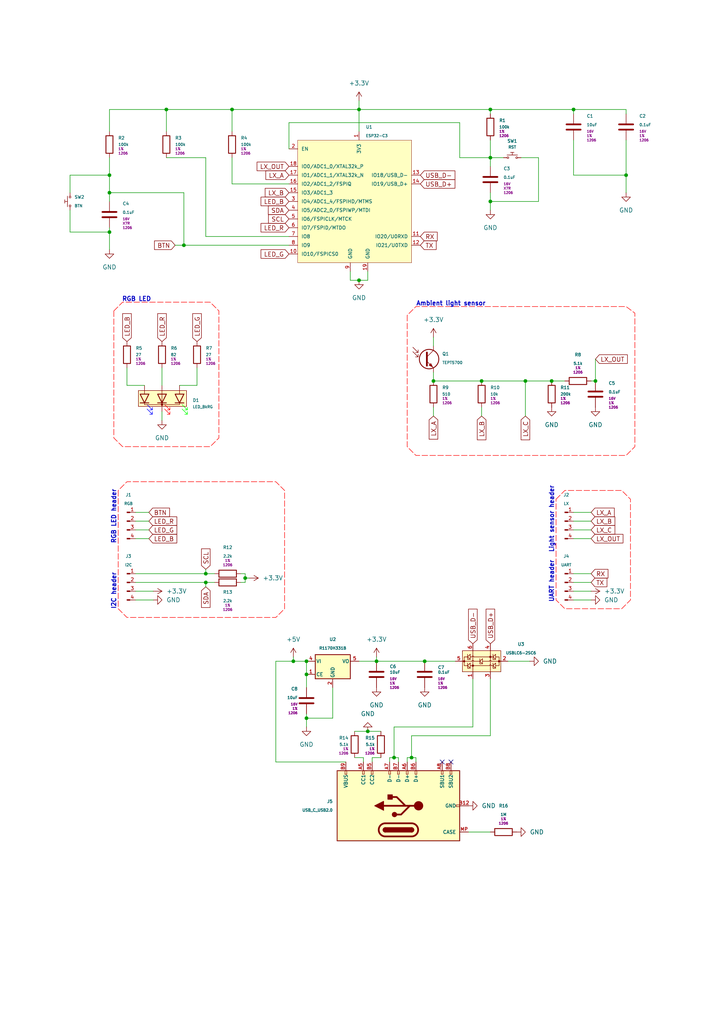
<source format=kicad_sch>
(kicad_sch (version 20250114) (generator "eeschema") (generator_version "9.0")
  (paper "A4" portrait)
  (lib_symbols
    (symbol "GEMS_Library:Capacitor" (pin_numbers (hide yes)) (pin_names (offset 0.254))
      (property "Reference" "C" (at 2.413 0 0))
      (property "Value" "Capacitor" (at 0.381 -1.524 0))
      (property "Voltage" "\"Voltage\"" (at 0 -1.27 0))
      (property "Tolerance" "\"Tolerance\"" (at 0 -2.286 0))
      (property "Case" "\"Case\"" (at 0.254 1.27 0))
      (symbol "Capacitor_1_1"
        (pin passive line (at 0 3.81 270) (length 2.794) (name "~") (number "1"))
        (pin passive line (at 0 -3.81 90) (length 2.794) (name "~") (number "2"))
      )
    )
    (symbol "GEMS_Library:Conn_01x04" (pin_names (offset 1.016) (hide yes))
      (property "Reference" "J" (at 0 3.556 0))
      (property "Value" "Conn_01x04" (at 0 -5.588 0))
      (symbol "Conn_01x04_1_1"
        (pin passive line (at 2.54 2.54 180) (length 2) (name "Pin_1") (number "1"))
        (pin passive line (at 2.54 0 180) (length 2) (name "Pin_2") (number "2"))
        (pin passive line (at 2.54 -2.54 180) (length 2) (name "Pin_3") (number "3"))
        (pin passive line (at 2.54 -5.08 180) (length 2) (name "Pin_4") (number "4"))
      )
    )
    (symbol "GEMS_Library:ESP32-C3" (pin_names (offset 1.016))
      (property "Reference" "U" (at 9.652 20.574 0))
      (property "Value" "ESP32-C3" (at 7.366 -15.748 0))
      (symbol "ESP32-C3_1_1"
        (pin input line (at -20.32 17.78 0) (length 2.54) (name "EN") (number "2"))
        (pin bidirectional line (at -20.32 12.7 0) (length 2.54) (name "IO0/ADC1_0/XTAL32k_P") (number "18"))
        (pin bidirectional line (at -20.32 10.16 0) (length 2.54) (name "IO1/ADC1_1/XTAL32k_N") (number "17"))
        (pin bidirectional line (at -20.32 7.62 0) (length 2.54) (name "IO2/ADC1_2/FSPIQ") (number "16"))
        (pin bidirectional line (at -20.32 5.08 0) (length 2.54) (name "IO3/ADC1_3") (number "15"))
        (pin bidirectional line (at -20.32 2.54 0) (length 2.54) (name "IO4/ADC1_4/FSPIHD/MTMS") (number "3"))
        (pin bidirectional line (at -20.32 0 0) (length 2.54) (name "IO5/ADC2_0/FSPIWP/MTDI") (number "4"))
        (pin bidirectional line (at -20.32 -2.54 0) (length 2.54) (name "IO6/FSPICLK/MTCK") (number "5"))
        (pin bidirectional line (at -20.32 -5.08 0) (length 2.54) (name "IO7/FSPID/MTDO") (number "6"))
        (pin bidirectional line (at -20.32 -7.62 0) (length 2.54) (name "IO8") (number "7"))
        (pin bidirectional line (at -20.32 -10.16 0) (length 2.54) (name "IO9") (number "8"))
        (pin bidirectional line (at -20.32 -12.7 0) (length 2.54) (name "IO10/FSPICS0") (number "10"))
        (pin power_in line (at -2.54 -17.78 90) (length 2.54) (name "GND") (number "9"))
        (pin power_in line (at 0 22.86 270) (length 2.54) (name "3V3") (number "1"))
        (pin power_in line (at 2.54 -17.78 90) (length 2.54) (name "GND") (number "19"))
        (pin bidirectional line (at 17.78 10.16 180) (length 2.54) (name "IO18/USB_D-") (number "13"))
        (pin bidirectional line (at 17.78 7.62 180) (length 2.54) (name "IO19/USB_D+") (number "14"))
        (pin bidirectional line (at 17.78 -7.62 180) (length 2.54) (name "IO20/U0RXD") (number "11"))
        (pin bidirectional line (at 17.78 -10.16 180) (length 2.54) (name "IO21/U0TXD") (number "12"))
      )
    )
    (symbol "GEMS_Library:LED_BkRG" (pin_numbers (hide yes)) (pin_names (offset 1.016) (hide yes))
      (property "Reference" "D" (at 0.254 7.112 0))
      (property "Value" "LED_BkRG" (at -1.016 -7.366 0))
      (symbol "LED_BkRG_1_1"
        (pin passive line (at -5.08 0 0) (length 2.54) (name "K") (number "K"))
        (pin passive line (at 2.54 5.08 180) (length 2.54) (name "Ablue") (number "Ab"))
        (pin passive line (at 2.54 0 180) (length 2.54) (name "Ared") (number "Ar"))
        (pin passive line (at 2.54 -5.08 180) (length 2.54) (name "Agreen") (number "Ag"))
      )
    )
    (symbol "GEMS_Library:R1170H331B" (pin_names (offset 0.254))
      (property "Reference" "U" (at 1.778 2.286 0))
      (property "Value" "R1170H331B" (at 1.778 -5.588 0))
      (symbol "R1170H331B_1_1"
        (pin power_in line (at -7.62 0 0) (length 2.54) (name "VI") (number "4"))
        (pin input line (at -7.62 -3.81 0) (length 2.54) (name "CE") (number "1"))
        (pin power_in line (at 0 -7.62 90) (length 2.54) (name "GND") (number "2"))
        (pin no_connect line (at 5.08 -2.54 180) (length 0) (hide yes) (name "NC") (number "3"))
        (pin power_out line (at 7.62 0 180) (length 2.54) (name "VO") (number "5"))
      )
    )
    (symbol "GEMS_Library:Resistor" (pin_numbers (hide yes)) (pin_names (offset 0) (hide yes))
      (property "Reference" "R" (at -0.254 -2.794 90))
      (property "Value" "Resistor" (at 0 0 90))
      (property "Tolerance" "\"Tolerance\"" (at 0.254 2.54 90))
      (property "Case" "\"Footprint\"" (at -0.254 2.54 90))
      (symbol "Resistor_1_1"
        (pin passive line (at 0 3.81 270) (length 1.27) (name "~") (number "1"))
        (pin passive line (at 0 -3.81 90) (length 1.27) (name "~") (number "2"))
      )
    )
    (symbol "GEMS_Library:SW_Push_NO" (pin_numbers (hide yes)) (pin_names (offset 1.016) (hide yes))
      (property "Reference" "SW" (at 1.27 2.54 0))
      (property "Value" "SW_Push_NO" (at 0 -0.254 0))
      (symbol "SW_Push_NO_1_1"
        (pin passive line (at -2.54 0 0) (length 1) (name "NO") (number "NO"))
        (pin passive line (at 2.54 0 180) (length 1) (name "COM") (number "COM"))
      )
    )
    (symbol "GEMS_Library:TEPT5700" (pin_numbers (hide yes)) (pin_names (offset 0) (hide yes))
      (property "Reference" "Q" (at 1.778 2.032 0))
      (property "Value" "TEPT5700" (at 4.318 -1.27 90))
      (symbol "TEPT5700_1_1"
        (pin passive line (at 2.54 2.54 270) (length 1.27) (name "C") (number "C"))
        (pin passive line (at 2.54 -5.08 90) (length 1.27) (name "E") (number "E"))
      )
    )
    (symbol "GEMS_Library:USBLC6-2SC6" (pin_names (hide yes))
      (property "Reference" "U" (at 1.778 5.842 0))
      (property "Value" "USBLC6-2SC6" (at 1.524 -5.842 0))
      (symbol "USBLC6-2SC6_1_1"
        (pin passive line (at -5.08 2.54 0) (length 2) (name "I/O1") (number "1"))
        (pin passive line (at -5.08 -2.54 0) (length 2) (name "I/O2") (number "3"))
        (pin passive line (at 0 7.62 270) (length 2) (name "VBUS") (number "5"))
        (pin passive line (at 0 -7.62 90) (length 2) (name "GND") (number "2"))
        (pin passive line (at 5.08 2.54 180) (length 2) (name "I/O1") (number "6"))
        (pin passive line (at 5.08 -2.54 180) (length 2) (name "I/O2") (number "4"))
      )
    )
    (symbol "GEMS_Library:USB_C_USB2.0" (pin_names (offset 1.016))
      (property "Reference" "J" (at 8.128 18.034 0))
      (property "Value" "USB_C_USB2.0" (at 3.302 -18.034 0))
      (symbol "USB_C_USB2.0_1_1"
        (pin passive line (at -7.62 -20.32 90) (length 2.54) (name "CASE") (number "MP"))
        (pin power_out line (at 0 -20.32 90) (length 2.54) (hide yes) (name "GND") (number "A1"))
        (pin power_out line (at 0 -20.32 90) (length 2.54) (hide yes) (name "GND") (number "A12"))
        (pin power_out line (at 0 -20.32 90) (length 2.54) (hide yes) (name "GND") (number "B1"))
        (pin power_out line (at 0 -20.32 90) (length 2.54) (name "GND") (number "B12"))
        (pin power_out line (at 12.7 15.24 180) (length 2.54) (hide yes) (name "VBUS") (number "A4"))
        (pin power_out line (at 12.7 15.24 180) (length 2.54) (hide yes) (name "VBUS") (number "A9"))
        (pin power_out line (at 12.7 15.24 180) (length 2.54) (hide yes) (name "VBUS") (number "B4"))
        (pin power_out line (at 12.7 15.24 180) (length 2.54) (name "VBUS") (number "B9"))
        (pin bidirectional line (at 12.7 10.16 180) (length 2.54) (name "CC1") (number "A5"))
        (pin bidirectional line (at 12.7 7.62 180) (length 2.54) (name "CC2") (number "B5"))
        (pin bidirectional line (at 12.7 2.54 180) (length 2.54) (name "D-") (number "A7"))
        (pin bidirectional line (at 12.7 0 180) (length 2.54) (name "D-") (number "B7"))
        (pin bidirectional line (at 12.7 -2.54 180) (length 2.54) (name "D+") (number "A6"))
        (pin bidirectional line (at 12.7 -5.08 180) (length 2.54) (name "D+") (number "B6"))
        (pin bidirectional line (at 12.7 -12.7 180) (length 2.54) (name "SBU1") (number "A8"))
        (pin bidirectional line (at 12.7 -15.24 180) (length 2.54) (name "SBU2") (number "B8"))
      )
    )
    (symbol "power:+3.3V" (power) (pin_numbers (hide yes)) (pin_names (offset 0) (hide yes))
      (property "Value" "+3.3V" (at 0 3.556 0))
      (symbol "+3.3V_1_1"
        (pin power_in line (at 0 0 90) (length 0) (name "~") (number "1"))
      )
    )
    (symbol "power:+3V3" (power) (pin_numbers (hide yes)) (pin_names (offset 0) (hide yes))
      (property "Value" "+3V3" (at 0 3.556 0))
      (symbol "+3V3_1_1"
        (pin power_in line (at 0 0 90) (length 0) (name "~") (number "1"))
      )
    )
    (symbol "power:+5V" (power) (pin_numbers (hide yes)) (pin_names (offset 0) (hide yes))
      (property "Value" "+5V" (at 0 3.556 0))
      (symbol "+5V_1_1"
        (pin power_in line (at 0 0 90) (length 0) (name "~") (number "1"))
      )
    )
    (symbol "power:GND" (power) (pin_numbers (hide yes)) (pin_names (offset 0) (hide yes))
      (property "Value" "GND" (at 0 -3.81 0))
      (symbol "GND_1_1"
        (pin power_in line (at 0 0 270) (length 0) (name "~") (number "1"))
      )
    )
  )
  (text "RGB LED header" (at 33.02 149.86 90) (effects (font (size 1.27 1.27) (thickness 0.254) (bold yes))))
  (text "Ambient light sensor" (at 130.81 88.138 0) (effects (font (size 1.27 1.27) (thickness 0.254) (bold yes))))
  (text "RGB LED" (at 39.624 86.868 0) (effects (font (size 1.27 1.27) (thickness 0.254) (bold yes))))
  (text "Light sensor header" (at 160.02 150.622 90) (effects (font (size 1.27 1.27) (thickness 0.254) (bold yes))))
  (text "UART header" (at 160.02 168.656 90) (effects (font (size 1.27 1.27) (thickness 0.254) (bold yes))))
  (text "I2C header" (at 33.02 171.45 90) (effects (font (size 1.27 1.27) (thickness 0.254) (bold yes))))
  (junction (at 104.14 31.75))
  (junction (at 104.14 81.28))
  (junction (at 31.75 55.88))
  (junction (at 85.09 191.77))
  (junction (at 59.69 168.91))
  (junction (at 31.75 67.31))
  (junction (at 109.22 191.77))
  (junction (at 53.34 71.12))
  (junction (at 181.61 50.8))
  (junction (at 71.12 167.64))
  (junction (at 166.37 31.75))
  (junction (at 172.72 110.49))
  (junction (at 160.02 110.49))
  (junction (at 88.9 191.77))
  (junction (at 119.38 219.71))
  (junction (at 31.75 50.8))
  (junction (at 142.24 31.75))
  (junction (at 88.9 208.28))
  (junction (at 142.24 58.42))
  (junction (at 125.73 110.49))
  (junction (at 67.31 31.75))
  (junction (at 123.19 191.77))
  (junction (at 88.9 195.58))
  (junction (at 59.69 166.37))
  (junction (at 139.7 110.49))
  (junction (at 106.68 212.09))
  (junction (at 142.24 45.72))
  (junction (at 48.26 31.75))
  (junction (at 152.4 110.49))
  (junction (at 114.3 219.71))
  (no_connect (at 130.81 220.98))
  (no_connect (at 128.27 220.98))
  (wire (pts (xy 119.38 219.71) (xy 119.38 213.36)))
  (wire (pts (xy 104.14 31.75) (xy 67.31 31.75)))
  (wire (pts (xy 31.75 55.88) (xy 31.75 58.42)))
  (wire (pts (xy 133.35 45.72) (xy 133.35 35.56)))
  (wire (pts (xy 107.95 220.98) (xy 107.95 219.71)))
  (wire (pts (xy 160.02 110.49) (xy 163.83 110.49)))
  (wire (pts (xy 181.61 50.8) (xy 181.61 40.64)))
  (wire (pts (xy 59.69 45.72) (xy 59.69 68.58)))
  (wire (pts (xy 102.87 212.09) (xy 106.68 212.09)))
  (wire (pts (xy 113.03 219.71) (xy 114.3 219.71)))
  (wire (pts (xy 31.75 66.04) (xy 31.75 67.31)))
  (wire (pts (xy 39.37 153.67) (xy 43.18 153.67)))
  (wire (pts (xy 104.14 31.75) (xy 142.24 31.75)))
  (wire (pts (xy 119.38 219.71) (xy 120.65 219.71)))
  (wire (pts (xy 20.32 55.88) (xy 20.32 50.8)))
  (wire (pts (xy 20.32 50.8) (xy 31.75 50.8)))
  (wire (pts (xy 48.26 31.75) (xy 48.26 38.1)))
  (wire (pts (xy 102.87 219.71) (xy 105.41 219.71)))
  (wire (pts (xy 104.14 38.1) (xy 104.14 31.75)))
  (wire (pts (xy 107.95 219.71) (xy 110.49 219.71)))
  (wire (pts (xy 172.72 104.14) (xy 172.72 110.49)))
  (wire (pts (xy 142.24 45.72) (xy 142.24 48.26)))
  (wire (pts (xy 53.34 55.88) (xy 31.75 55.88)))
  (wire (pts (xy 59.69 68.58) (xy 83.82 68.58)))
  (wire (pts (xy 151.13 45.72) (xy 156.21 45.72)))
  (wire (pts (xy 156.21 58.42) (xy 142.24 58.42)))
  (wire (pts (xy 106.68 212.09) (xy 110.49 212.09)))
  (wire (pts (xy 88.9 210.82) (xy 88.9 208.28)))
  (wire (pts (xy 80.01 220.98) (xy 100.33 220.98)))
  (wire (pts (xy 36.83 106.68) (xy 36.83 111.76)))
  (wire (pts (xy 142.24 196.85) (xy 142.24 213.36)))
  (wire (pts (xy 39.37 148.59) (xy 43.18 148.59)))
  (wire (pts (xy 88.9 195.58) (xy 88.9 199.39)))
  (wire (pts (xy 83.82 35.56) (xy 83.82 43.18)))
  (wire (pts (xy 57.15 111.76) (xy 52.07 111.76)))
  (wire (pts (xy 71.12 166.37) (xy 71.12 167.64)))
  (wire (pts (xy 48.26 31.75) (xy 31.75 31.75)))
  (wire (pts (xy 59.69 168.91) (xy 59.69 170.18)))
  (wire (pts (xy 80.01 191.77) (xy 80.01 220.98)))
  (wire (pts (xy 118.11 220.98) (xy 118.11 219.71)))
  (wire (pts (xy 152.4 110.49) (xy 160.02 110.49)))
  (wire (pts (xy 50.8 71.12) (xy 53.34 71.12)))
  (wire (pts (xy 39.37 173.99) (xy 44.45 173.99)))
  (wire (pts (xy 181.61 50.8) (xy 181.61 55.88)))
  (wire (pts (xy 115.57 219.71) (xy 115.57 220.98)))
  (wire (pts (xy 142.24 241.3) (xy 135.89 241.3)))
  (wire (pts (xy 46.99 119.38) (xy 46.99 121.92)))
  (wire (pts (xy 142.24 58.42) (xy 142.24 60.96)))
  (wire (pts (xy 20.32 60.96) (xy 20.32 67.31)))
  (wire (pts (xy 67.31 31.75) (xy 67.31 38.1)))
  (wire (pts (xy 59.69 166.37) (xy 62.23 166.37)))
  (wire (pts (xy 137.16 210.82) (xy 114.3 210.82)))
  (wire (pts (xy 88.9 191.77) (xy 88.9 195.58)))
  (wire (pts (xy 59.69 168.91) (xy 62.23 168.91)))
  (wire (pts (xy 181.61 31.75) (xy 181.61 33.02)))
  (wire (pts (xy 39.37 168.91) (xy 59.69 168.91)))
  (wire (pts (xy 109.22 191.77) (xy 123.19 191.77)))
  (wire (pts (xy 156.21 45.72) (xy 156.21 58.42)))
  (wire (pts (xy 166.37 31.75) (xy 166.37 33.02)))
  (wire (pts (xy 166.37 148.59) (xy 171.45 148.59)))
  (wire (pts (xy 96.52 199.39) (xy 96.52 208.28)))
  (wire (pts (xy 142.24 40.64) (xy 142.24 45.72)))
  (wire (pts (xy 59.69 166.37) (xy 39.37 166.37)))
  (wire (pts (xy 57.15 106.68) (xy 57.15 111.76)))
  (wire (pts (xy 39.37 156.21) (xy 43.18 156.21)))
  (wire (pts (xy 119.38 213.36) (xy 142.24 213.36)))
  (wire (pts (xy 142.24 45.72) (xy 133.35 45.72)))
  (wire (pts (xy 166.37 171.45) (xy 171.45 171.45)))
  (wire (pts (xy 69.85 168.91) (xy 71.12 168.91)))
  (wire (pts (xy 152.4 110.49) (xy 152.4 120.65)))
  (wire (pts (xy 88.9 208.28) (xy 88.9 207.01)))
  (wire (pts (xy 72.39 167.64) (xy 71.12 167.64)))
  (wire (pts (xy 166.37 50.8) (xy 181.61 50.8)))
  (wire (pts (xy 142.24 31.75) (xy 142.24 33.02)))
  (wire (pts (xy 125.73 97.79) (xy 125.73 100.33)))
  (wire (pts (xy 104.14 81.28) (xy 106.68 81.28)))
  (wire (pts (xy 166.37 168.91) (xy 171.45 168.91)))
  (wire (pts (xy 67.31 45.72) (xy 67.31 53.34)))
  (wire (pts (xy 113.03 220.98) (xy 113.03 219.71)))
  (wire (pts (xy 166.37 173.99) (xy 171.45 173.99)))
  (wire (pts (xy 105.41 219.71) (xy 105.41 220.98)))
  (wire (pts (xy 31.75 45.72) (xy 31.75 50.8)))
  (wire (pts (xy 69.85 166.37) (xy 71.12 166.37)))
  (wire (pts (xy 39.37 171.45) (xy 44.45 171.45)))
  (wire (pts (xy 109.22 190.5) (xy 109.22 191.77)))
  (wire (pts (xy 139.7 110.49) (xy 152.4 110.49)))
  (wire (pts (xy 125.73 120.65) (xy 125.73 118.11)))
  (wire (pts (xy 166.37 31.75) (xy 181.61 31.75)))
  (wire (pts (xy 39.37 151.13) (xy 43.18 151.13)))
  (wire (pts (xy 83.82 71.12) (xy 53.34 71.12)))
  (wire (pts (xy 88.9 208.28) (xy 96.52 208.28)))
  (wire (pts (xy 71.12 167.64) (xy 71.12 168.91)))
  (wire (pts (xy 31.75 50.8) (xy 31.75 55.88)))
  (wire (pts (xy 53.34 71.12) (xy 53.34 55.88)))
  (wire (pts (xy 59.69 165.1) (xy 59.69 166.37)))
  (wire (pts (xy 166.37 153.67) (xy 171.45 153.67)))
  (wire (pts (xy 120.65 219.71) (xy 120.65 220.98)))
  (wire (pts (xy 142.24 31.75) (xy 166.37 31.75)))
  (wire (pts (xy 123.19 191.77) (xy 132.08 191.77)))
  (wire (pts (xy 88.9 191.77) (xy 85.09 191.77)))
  (wire (pts (xy 118.11 219.71) (xy 119.38 219.71)))
  (wire (pts (xy 172.72 110.49) (xy 171.45 110.49)))
  (wire (pts (xy 36.83 111.76) (xy 41.91 111.76)))
  (wire (pts (xy 166.37 166.37) (xy 171.45 166.37)))
  (wire (pts (xy 46.99 106.68) (xy 46.99 111.76)))
  (wire (pts (xy 147.32 191.77) (xy 153.67 191.77)))
  (wire (pts (xy 166.37 40.64) (xy 166.37 50.8)))
  (wire (pts (xy 139.7 120.65) (xy 139.7 118.11)))
  (wire (pts (xy 104.14 29.21) (xy 104.14 31.75)))
  (wire (pts (xy 67.31 53.34) (xy 83.82 53.34)))
  (wire (pts (xy 142.24 55.88) (xy 142.24 58.42)))
  (wire (pts (xy 31.75 31.75) (xy 31.75 38.1)))
  (wire (pts (xy 67.31 31.75) (xy 48.26 31.75)))
  (wire (pts (xy 48.26 45.72) (xy 59.69 45.72)))
  (wire (pts (xy 133.35 35.56) (xy 83.82 35.56)))
  (wire (pts (xy 85.09 191.77) (xy 80.01 191.77)))
  (wire (pts (xy 31.75 67.31) (xy 31.75 72.39)))
  (wire (pts (xy 101.6 81.28) (xy 104.14 81.28)))
  (wire (pts (xy 85.09 190.5) (xy 85.09 191.77)))
  (wire (pts (xy 137.16 196.85) (xy 137.16 210.82)))
  (wire (pts (xy 125.73 107.95) (xy 125.73 110.49)))
  (wire (pts (xy 166.37 156.21) (xy 171.45 156.21)))
  (wire (pts (xy 114.3 219.71) (xy 115.57 219.71)))
  (wire (pts (xy 114.3 210.82) (xy 114.3 219.71)))
  (wire (pts (xy 20.32 67.31) (xy 31.75 67.31)))
  (wire (pts (xy 142.24 45.72) (xy 146.05 45.72)))
  (wire (pts (xy 166.37 151.13) (xy 171.45 151.13)))
  (wire (pts (xy 106.68 81.28) (xy 106.68 78.74)))
  (wire (pts (xy 104.14 191.77) (xy 109.22 191.77)))
  (wire (pts (xy 101.6 78.74) (xy 101.6 81.28)))
  (wire (pts (xy 125.73 110.49) (xy 139.7 110.49)))
  (global_label "LX_B" (shape input) (at 171.45 151.13 0) (property "Intersheetrefs" "${INTERSHEET_REFS}" (effects (hide yes))))
  (global_label "BTN" (shape input) (at 43.18 148.59 0) (property "Intersheetrefs" "${INTERSHEET_REFS}" (effects (hide yes))))
  (global_label "SCL" (shape input) (at 83.82 63.5 180) (property "Intersheetrefs" "${INTERSHEET_REFS}" (effects (hide yes))))
  (global_label "LX_A" (shape input) (at 125.73 120.65 270) (property "Intersheetrefs" "${INTERSHEET_REFS}" (effects (hide yes))))
  (global_label "SDA" (shape input) (at 83.82 60.96 180) (property "Intersheetrefs" "${INTERSHEET_REFS}" (effects (hide yes))))
  (global_label "LX_OUT" (shape input) (at 172.72 104.14 0) (property "Intersheetrefs" "${INTERSHEET_REFS}" (effects (hide yes))))
  (global_label "RX" (shape input) (at 171.45 166.37 0) (property "Intersheetrefs" "${INTERSHEET_REFS}" (effects (hide yes))))
  (global_label "LX_C" (shape input) (at 152.4 120.65 270) (property "Intersheetrefs" "${INTERSHEET_REFS}" (effects (hide yes))))
  (global_label "USB_D-" (shape input) (at 121.92 50.8 0) (property "Intersheetrefs" "${INTERSHEET_REFS}" (effects (hide yes))))
  (global_label "LX_OUT" (shape input) (at 171.45 156.21 0) (property "Intersheetrefs" "${INTERSHEET_REFS}" (effects (hide yes))))
  (global_label "RX" (shape input) (at 121.92 68.58 0) (property "Intersheetrefs" "${INTERSHEET_REFS}" (effects (hide yes))))
  (global_label "TX" (shape input) (at 171.45 168.91 0) (property "Intersheetrefs" "${INTERSHEET_REFS}" (effects (hide yes))))
  (global_label "LED_G" (shape input) (at 43.18 153.67 0) (property "Intersheetrefs" "${INTERSHEET_REFS}" (effects (hide yes))))
  (global_label "LX_B" (shape input) (at 83.82 55.88 180) (property "Intersheetrefs" "${INTERSHEET_REFS}" (effects (hide yes))))
  (global_label "SCL" (shape input) (at 59.69 165.1 90) (property "Intersheetrefs" "${INTERSHEET_REFS}" (effects (hide yes))))
  (global_label "LX_B" (shape input) (at 139.7 120.65 270) (property "Intersheetrefs" "${INTERSHEET_REFS}" (effects (hide yes))))
  (global_label "USB_D-" (shape input) (at 137.16 186.69 90) (property "Intersheetrefs" "${INTERSHEET_REFS}" (effects (hide yes))))
  (global_label "LED_G" (shape input) (at 57.15 99.06 90) (property "Intersheetrefs" "${INTERSHEET_REFS}" (effects (hide yes))))
  (global_label "USB_D+" (shape input) (at 121.92 53.34 0) (property "Intersheetrefs" "${INTERSHEET_REFS}" (effects (hide yes))))
  (global_label "LED_B" (shape input) (at 83.82 58.42 180) (property "Intersheetrefs" "${INTERSHEET_REFS}" (effects (hide yes))))
  (global_label "LED_R" (shape input) (at 43.18 151.13 0) (property "Intersheetrefs" "${INTERSHEET_REFS}" (effects (hide yes))))
  (global_label "LX_A" (shape input) (at 83.82 50.8 180) (property "Intersheetrefs" "${INTERSHEET_REFS}" (effects (hide yes))))
  (global_label "LX_A" (shape input) (at 171.45 148.59 0) (property "Intersheetrefs" "${INTERSHEET_REFS}" (effects (hide yes))))
  (global_label "LED_R" (shape input) (at 83.82 66.04 180) (property "Intersheetrefs" "${INTERSHEET_REFS}" (effects (hide yes))))
  (global_label "USB_D+" (shape input) (at 142.24 186.69 90) (property "Intersheetrefs" "${INTERSHEET_REFS}" (effects (hide yes))))
  (global_label "LED_B" (shape input) (at 43.18 156.21 0) (property "Intersheetrefs" "${INTERSHEET_REFS}" (effects (hide yes))))
  (global_label "LX_C" (shape input) (at 171.45 153.67 0) (property "Intersheetrefs" "${INTERSHEET_REFS}" (effects (hide yes))))
  (global_label "SDA" (shape input) (at 59.69 170.18 270) (property "Intersheetrefs" "${INTERSHEET_REFS}" (effects (hide yes))))
  (global_label "LED_R" (shape input) (at 46.99 99.06 90) (property "Intersheetrefs" "${INTERSHEET_REFS}" (effects (hide yes))))
  (global_label "LX_OUT" (shape input) (at 83.82 48.26 180) (property "Intersheetrefs" "${INTERSHEET_REFS}" (effects (hide yes))))
  (global_label "LED_G" (shape input) (at 83.82 73.66 180) (property "Intersheetrefs" "${INTERSHEET_REFS}" (effects (hide yes))))
  (global_label "LED_B" (shape input) (at 36.83 99.06 90) (property "Intersheetrefs" "${INTERSHEET_REFS}" (effects (hide yes))))
  (global_label "TX" (shape input) (at 121.92 71.12 0) (property "Intersheetrefs" "${INTERSHEET_REFS}" (effects (hide yes))))
  (global_label "BTN" (shape input) (at 50.8 71.12 180) (property "Intersheetrefs" "${INTERSHEET_REFS}" (effects (hide yes))))
  (rule_area (polyline (pts (xy 118.11 91.44) (xy 118.11 129.54) (xy 120.65 132.08) (xy 181.61 132.08) (xy 184.15 129.54) (xy 184.15 90.805) (xy 181.61 88.9) (xy 120.65 88.9)) (stroke (width 0) (type dash))))
  (rule_area (polyline (pts (xy 34.29 142.24) (xy 34.29 176.53) (xy 36.83 179.07) (xy 80.01 179.07) (xy 82.55 176.53) (xy 82.55 142.24) (xy 80.01 139.7) (xy 36.83 139.7)) (stroke (width 0) (type dash))))
  (rule_area (polyline (pts (xy 33.02 90.17) (xy 33.02 127) (xy 35.56 129.54) (xy 60.96 129.54) (xy 63.5 127) (xy 63.5 90.17) (xy 60.96 87.63) (xy 35.56 87.63)) (stroke (width 0) (type dash))))
  (rule_area (polyline (pts (xy 161.29 144.78) (xy 163.83 142.24) (xy 180.34 142.24) (xy 182.88 144.78) (xy 182.88 173.99) (xy 180.34 176.53) (xy 163.83 176.53) (xy 161.29 173.99)) (stroke (width 0) (type dash))))
  (symbol (lib_id "power:GND") (at 44.45 173.99 90) (unit 1)
    (property "Reference" "#PWR013" (effects (hide yes)))
    (property "Value" "GND" (at 48.26 173.9899 90) (effects (justify right)))
    (property "Description" "Power symbol creates a global label with name \"GND\" , ground" (effects (hide yes)))
  )
  (symbol (lib_id "GEMS_Library:Resistor") (at 67.31 41.91 0) (unit 1)
    (property "Reference" "R4" (at 69.85 40.005 0) (effects (font (size 0.889 0.889)) (justify left)))
    (property "Value" "100k" (at 69.85 41.91 0) (effects (font (size 0.7874 0.7874)) (justify left)))
    (property "Footprint" "GEMS_library:R_1206_(3216)" (effects (hide yes)))
    (property "Description" "Resistor" (effects (hide yes)))
    (property "Tolerance" "1%" (at 69.85 43.1799 0) (effects (font (size 0.7112 0.7112)) (justify left)))
    (property "Case" "1206" (at 69.85 44.4499 0) (effects (font (size 0.7112 0.7112)) (justify left)))
  )
  (symbol (lib_id "GEMS_Library:Conn_01x04") (at 36.83 168.91 0) (unit 1)
    (property "Reference" "J3" (at 37.2618 161.29 0) (effects (font (size 0.9 0.9))))
    (property "Value" "I2C" (at 37.2618 163.83 0) (effects (font (size 0.8 0.8))))
    (property "Footprint" "GEMS_library:PinHeader_1x04_P2.54mm_Vertical" (effects (hide yes)))
    (property "Description" "Generic connector, single row, 01x04" (effects (hide yes)))
  )
  (symbol (lib_id "GEMS_Library:Resistor") (at 146.05 241.3 90) (unit 1)
    (property "Reference" "R16" (at 146.05 233.68 90) (effects (font (size 0.889 0.889))))
    (property "Value" "1M" (at 146.05 236.22 90) (effects (font (size 0.7874 0.7874))))
    (property "Footprint" "GEMS_library:R_1206_(3216)" (effects (hide yes)))
    (property "Description" "Resistor" (effects (hide yes)))
    (property "Tolerance" "1%" (at 146.05 237.49 90) (effects (font (size 0.7112 0.7112))))
    (property "Case" "1206" (at 146.05 238.76 90) (effects (font (size 0.7112 0.7112))))
  )
  (symbol (lib_id "GEMS_Library:Resistor") (at 31.75 41.91 0) (unit 1)
    (property "Reference" "R2" (at 34.29 40.005 0) (effects (font (size 0.889 0.889)) (justify left)))
    (property "Value" "100k" (at 34.29 41.91 0) (effects (font (size 0.7874 0.7874)) (justify left)))
    (property "Footprint" "GEMS_library:R_1206_(3216)" (effects (hide yes)))
    (property "Description" "Resistor" (effects (hide yes)))
    (property "Tolerance" "1%" (at 34.29 43.1799 0) (effects (font (size 0.7112 0.7112)) (justify left)))
    (property "Case" "1206" (at 34.29 44.4499 0) (effects (font (size 0.7112 0.7112)) (justify left)))
  )
  (symbol (lib_id "GEMS_Library:Resistor") (at 102.87 215.9 0) (unit 1)
    (property "Reference" "R14" (at 101.092 213.995 0) (effects (font (size 0.889 0.889)) (justify right)))
    (property "Value" "5.1k" (at 101.092 215.9 0) (effects (font (size 0.7874 0.7874)) (justify right)))
    (property "Footprint" "GEMS_library:R_1206_(3216)" (effects (hide yes)))
    (property "Description" "Resistor" (effects (hide yes)))
    (property "Tolerance" "1%" (at 101.092 217.1699 0) (effects (font (size 0.7112 0.7112)) (justify right)))
    (property "Case" "1206" (at 101.092 218.4399 0) (effects (font (size 0.7112 0.7112)) (justify right)))
  )
  (symbol (lib_id "GEMS_Library:Capacitor") (at 172.72 114.3 0) (unit 1)
    (property "Reference" "C5" (at 176.53 111.125 0) (effects (font (size 0.9 0.9)) (justify left)))
    (property "Value" "0.1uF" (at 176.53 113.665 0) (effects (font (size 0.8 0.8)) (justify left)))
    (property "Footprint" "GEMS_library:C_1206_(3216)" (effects (hide yes)))
    (property "Description" "Unpolarized capacitor" (effects (hide yes)))
    (property "Voltage" "16V" (at 176.53 115.57 0) (effects (font (size 0.7 0.7)) (justify left)))
    (property "Tolerance" "1%" (at 176.53 116.84 0) (effects (font (size 0.7 0.7)) (justify left)))
    (property "Case" "1206" (at 176.53 118.11 0) (effects (font (size 0.7 0.7)) (justify left)))
  )
  (symbol (lib_id "power:GND") (at 171.45 173.99 90) (unit 1)
    (property "Reference" "#PWR014" (effects (hide yes)))
    (property "Value" "GND" (at 175.26 173.9899 90) (effects (justify right)))
    (property "Description" "Power symbol creates a global label with name \"GND\" , ground" (effects (hide yes)))
  )
  (symbol (lib_id "GEMS_Library:USB_C_USB2.0") (at 115.57 233.68 90) (unit 1)
    (property "Reference" "J5" (at 96.52 232.41 90) (effects (font (size 0.9 0.9)) (justify left)))
    (property "Value" "USB_C_USB2.0" (at 96.52 234.95 90) (effects (font (size 0.8 0.8)) (justify left)))
    (property "Footprint" "GEMS_library:USB-C_MOLEX-216990-0001" (effects (hide yes)))
    (property "Datasheet" "https://www.molex.com/en-us/products/part-detail/2169900001?display=pdf" (effects (hide yes)))
    (property "Description" "USB 2.0-only Type-C Receptacle connector" (effects (hide yes)))
    (property "USB-C_spec" "https://www.usb.org/sites/default/files/USB%20Type-C%20Spec%20R2.0%20-%20August%202019.pdf" (effects (hide yes)))
    (property "Suplier1" "Mouser" (effects (hide yes)))
    (property "Suplier1 no." "538-216990-0001" (effects (hide yes)))
    (property "Suplier2" "DigiKey" (effects (hide yes)))
    (property "Suplier2 no." "900-2169900001TR-ND" (effects (hide yes)))
  )
  (symbol (lib_id "GEMS_Library:Resistor") (at 142.24 36.83 0) (unit 1)
    (property "Reference" "R1" (at 144.78 34.925 0) (effects (font (size 0.889 0.889)) (justify left)))
    (property "Value" "100k" (at 144.78 36.83 0) (effects (font (size 0.7874 0.7874)) (justify left)))
    (property "Footprint" "GEMS_library:R_1206_(3216)" (effects (hide yes)))
    (property "Description" "Resistor" (effects (hide yes)))
    (property "Tolerance" "1%" (at 144.78 38.0999 0) (effects (font (size 0.7112 0.7112)) (justify left)))
    (property "Case" "1206" (at 144.78 39.3699 0) (effects (font (size 0.7112 0.7112)) (justify left)))
  )
  (symbol (lib_id "GEMS_Library:Capacitor") (at 181.61 36.83 0) (unit 1)
    (property "Reference" "C2" (at 185.42 33.655 0) (effects (font (size 0.9 0.9)) (justify left)))
    (property "Value" "0.1uF" (at 185.42 36.195 0) (effects (font (size 0.8 0.8)) (justify left)))
    (property "Footprint" "GEMS_library:C_1206_(3216)" (effects (hide yes)))
    (property "Description" "Unpolarized capacitor" (effects (hide yes)))
    (property "Voltage" "16V" (at 185.42 38.1 0) (effects (font (size 0.7 0.7)) (justify left)))
    (property "Tolerance" "1%" (at 185.42 39.37 0) (effects (font (size 0.7 0.7)) (justify left)))
    (property "Case" "1206" (at 185.42 40.64 0) (effects (font (size 0.7 0.7)) (justify left)))
  )
  (symbol (lib_id "power:GND") (at 142.24 60.96 0) (unit 1)
    (property "Reference" "#PWR03" (effects (hide yes)))
    (property "Value" "GND" (at 142.24 66.04 0))
    (property "Description" "Power symbol creates a global label with name \"GND\" , ground" (effects (hide yes)))
  )
  (symbol (lib_id "GEMS_Library:Capacitor") (at 123.19 195.58 0) (unit 1)
    (property "Reference" "C7" (at 127 193.548 0) (effects (font (size 0.9 0.9)) (justify left)))
    (property "Value" "0.1uF" (at 127 194.945 0) (effects (font (size 0.8 0.8)) (justify left)))
    (property "Footprint" "GEMS_library:C_1206_(3216)" (effects (hide yes)))
    (property "Description" "Unpolarized capacitor" (effects (hide yes)))
    (property "Voltage" "16V" (at 127 196.85 0) (effects (font (size 0.7 0.7)) (justify left)))
    (property "Tolerance" "1%" (at 127 198.12 0) (effects (font (size 0.7 0.7)) (justify left)))
    (property "Case" "1206" (at 127 199.39 0) (effects (font (size 0.7 0.7)) (justify left)))
  )
  (symbol (lib_id "power:GND") (at 31.75 72.39 0) (unit 1)
    (property "Reference" "#PWR04" (effects (hide yes)))
    (property "Value" "GND" (at 31.75 77.47 0))
    (property "Description" "Power symbol creates a global label with name \"GND\" , ground" (effects (hide yes)))
  )
  (symbol (lib_id "power:GND") (at 46.99 121.92 0) (unit 1)
    (property "Reference" "#PWR09" (effects (hide yes)))
    (property "Value" "GND" (at 46.99 127 0))
    (property "Description" "Power symbol creates a global label with name \"GND\" , ground" (effects (hide yes)))
  )
  (symbol (lib_id "power:GND") (at 153.67 191.77 90) (unit 1)
    (property "Reference" "#PWR017" (effects (hide yes)))
    (property "Value" "GND" (at 157.48 191.7699 90) (effects (justify right)))
    (property "Description" "Power symbol creates a global label with name \"GND\" , ground" (effects (hide yes)))
  )
  (symbol (lib_id "GEMS_Library:Resistor") (at 46.99 102.87 0) (unit 1)
    (property "Reference" "R6" (at 49.53 100.965 0) (effects (font (size 0.889 0.889)) (justify left)))
    (property "Value" "82" (at 49.53 102.87 0) (effects (font (size 0.7874 0.7874)) (justify left)))
    (property "Footprint" "GEMS_library:R_1206_(3216)" (effects (hide yes)))
    (property "Description" "Resistor" (effects (hide yes)))
    (property "Tolerance" "1%" (at 49.53 104.1399 0) (effects (font (size 0.7112 0.7112)) (justify left)))
    (property "Case" "1206" (at 49.53 105.4099 0) (effects (font (size 0.7112 0.7112)) (justify left)))
  )
  (symbol (lib_id "GEMS_Library:LED_BkRG") (at 46.99 114.3 90) (unit 1)
    (property "Reference" "D1" (at 55.88 116.078 90) (effects (font (size 0.889 0.889)) (justify right)))
    (property "Value" "LED_BkRG" (at 55.88 117.983 90) (effects (font (size 0.7874 0.7874)) (justify right)))
    (property "Footprint" "GEMS_library:LED_D5.0mm-4_RGB" (effects (hide yes)))
    (property "Datasheet" "https://www.inolux-corp.com/datasheet/Inolux%20Lamp/TH%20Lamp/HV-5RGBXX%205mm%20Full-Color%20Series.pdf" (effects (hide yes)))
    (property "Description" "RGB Light emitting diode, comon Cathode" (effects (hide yes)))
    (property "Suplier1" "Mouser" (effects (hide yes)))
    (property "Suplier1 no." "743-HV-5RGB60" (effects (hide yes)))
    (property "Suplier2" "DigiKey" (effects (hide yes)))
    (property "Suplier2 no." "1830-1014-ND" (effects (hide yes)))
  )
  (symbol (lib_id "power:+3.3V") (at 104.14 29.21 0) (unit 1)
    (property "Reference" "#PWR01" (effects (hide yes)))
    (property "Value" "+3.3V" (at 104.14 24.13 0))
    (property "Description" "Power symbol creates a global label with name \"+3.3V\"" (effects (hide yes)))
  )
  (symbol (lib_id "GEMS_Library:Capacitor") (at 166.37 36.83 0) (unit 1)
    (property "Reference" "C1" (at 170.18 33.655 0) (effects (font (size 0.9 0.9)) (justify left)))
    (property "Value" "10uF" (at 170.18 36.195 0) (effects (font (size 0.8 0.8)) (justify left)))
    (property "Footprint" "GEMS_library:C_1206_(3216)" (effects (hide yes)))
    (property "Description" "Unpolarized capacitor" (effects (hide yes)))
    (property "Voltage" "16V" (at 170.18 38.1 0) (effects (font (size 0.7 0.7)) (justify left)))
    (property "Tolerance" "1%" (at 170.18 39.37 0) (effects (font (size 0.7 0.7)) (justify left)))
    (property "Case" "1206" (at 170.18 40.64 0) (effects (font (size 0.7 0.7)) (justify left)))
  )
  (symbol (lib_id "GEMS_Library:Capacitor") (at 109.22 195.58 0) (unit 1)
    (property "Reference" "C6" (at 113.03 193.294 0) (effects (font (size 0.9 0.9)) (justify left)))
    (property "Value" "10uF" (at 113.03 194.945 0) (effects (font (size 0.8 0.8)) (justify left)))
    (property "Footprint" "GEMS_library:C_1206_(3216)" (effects (hide yes)))
    (property "Description" "Unpolarized capacitor" (effects (hide yes)))
    (property "Voltage" "16V" (at 113.03 196.85 0) (effects (font (size 0.7 0.7)) (justify left)))
    (property "Tolerance" "1%" (at 113.03 198.12 0) (effects (font (size 0.7 0.7)) (justify left)))
    (property "Case" "1206" (at 113.03 199.39 0) (effects (font (size 0.7 0.7)) (justify left)))
  )
  (symbol (lib_id "GEMS_Library:ESP32-C3") (at 104.14 60.96 0) (unit 1)
    (property "Reference" "U1" (at 106.0976 36.83 0) (effects (font (size 0.889 0.889)) (justify left)))
    (property "Value" "ESP32-C3" (at 106.0976 39.37 0) (effects (font (size 0.7874 0.7874)) (justify left)))
    (property "Footprint" "GEMS_library:ESP32-C3-WROOM-02" (effects (hide yes)))
    (property "Datasheet" "https://docs.espressif.com/projects/esp-idf/en/v5.0/esp32c3/get-started/index.html" (effects (hide yes)))
    (property "Description" "ESP32 SMT RF module" (effects (hide yes)))
    (property "Suplier1" "Mouser" (effects (hide yes)))
    (property "Suplier1 no." "356-ESP32C3WROOM02N4" (effects (hide yes)))
    (property "Suplier2" "DigiKey" (effects (hide yes)))
    (property "Suplier2 no." "1965-ESP32-C3-WROOM-02-N4TR-ND" (effects (hide yes)))
  )
  (symbol (lib_id "power:GND") (at 172.72 118.11 0) (unit 1)
    (property "Reference" "#PWR08" (effects (hide yes)))
    (property "Value" "GND" (at 172.72 123.19 0))
    (property "Description" "Power symbol creates a global label with name \"GND\" , ground" (effects (hide yes)))
  )
  (symbol (lib_id "GEMS_Library:Resistor") (at 66.04 166.37 90) (unit 1)
    (property "Reference" "R12" (at 66.04 158.75 90) (effects (font (size 0.889 0.889))))
    (property "Value" "2.2k" (at 66.04 161.29 90) (effects (font (size 0.7874 0.7874))))
    (property "Footprint" "GEMS_library:R_1206_(3216)" (effects (hide yes)))
    (property "Description" "Resistor" (effects (hide yes)))
    (property "Tolerance" "1%" (at 66.04 162.56 90) (effects (font (size 0.7112 0.7112))))
    (property "Case" "1206" (at 66.04 163.83 90) (effects (font (size 0.7112 0.7112))))
  )
  (symbol (lib_id "GEMS_Library:Capacitor") (at 31.75 62.23 0) (unit 1)
    (property "Reference" "C4" (at 35.56 59.055 0) (effects (font (size 0.9 0.9)) (justify left)))
    (property "Value" "0.1uF" (at 35.56 61.595 0) (effects (font (size 0.8 0.8)) (justify left)))
    (property "Footprint" "GEMS_library:C_1206_(3216)" (effects (hide yes)))
    (property "Description" "Unpolarized capacitor" (effects (hide yes)))
    (property "Voltage" "16V" (at 35.56 63.5 0) (effects (font (size 0.7 0.7)) (justify left)))
    (property "Tolerance" "X7R" (at 35.56 64.77 0) (effects (font (size 0.7 0.7)) (justify left)))
    (property "Case" "1206" (at 35.56 66.04 0) (effects (font (size 0.7 0.7)) (justify left)))
  )
  (symbol (lib_id "power:+3.3V") (at 125.73 97.79 0) (unit 1)
    (property "Reference" "#PWR06" (effects (hide yes)))
    (property "Value" "+3.3V" (at 125.73 92.71 0))
    (property "Description" "Power symbol creates a global label with name \"+3.3V\"" (effects (hide yes)))
  )
  (symbol (lib_id "power:+3.3V") (at 72.39 167.64 270) (unit 1)
    (property "Reference" "#PWR010" (effects (hide yes)))
    (property "Value" "+3.3V" (at 76.2 167.6399 90) (effects (justify left)))
    (property "Description" "Power symbol creates a global label with name \"+3.3V\"" (effects (hide yes)))
  )
  (symbol (lib_id "GEMS_Library:Resistor") (at 167.64 110.49 90) (unit 1)
    (property "Reference" "R8" (at 167.64 102.87 90) (effects (font (size 0.889 0.889))))
    (property "Value" "5.1k" (at 167.64 105.41 90) (effects (font (size 0.7874 0.7874))))
    (property "Footprint" "GEMS_library:R_1206_(3216)" (effects (hide yes)))
    (property "Description" "Resistor" (effects (hide yes)))
    (property "Tolerance" "1%" (at 167.64 106.68 90) (effects (font (size 0.7112 0.7112))))
    (property "Case" "1206" (at 167.64 107.95 90) (effects (font (size 0.7112 0.7112))))
  )
  (symbol (lib_id "power:GND") (at 149.86 241.3 90) (unit 1)
    (property "Reference" "#PWR023" (effects (hide yes)))
    (property "Value" "GND" (at 153.67 241.2999 90) (effects (justify right)))
    (property "Description" "Power symbol creates a global label with name \"GND\" , ground" (effects (hide yes)))
  )
  (symbol (lib_id "power:GND") (at 106.68 212.09 180) (unit 1)
    (property "Reference" "#PWR021" (effects (hide yes)))
    (property "Value" "GND" (at 106.68 207.01 0))
    (property "Description" "Power symbol creates a global label with name \"GND\" , ground" (effects (hide yes)))
  )
  (symbol (lib_id "GEMS_Library:USBLC6-2SC6") (at 139.7 191.77 90) (unit 1)
    (property "Reference" "U3" (at 151.13 186.8169 90) (effects (font (size 0.9 0.9))))
    (property "Value" "USBLC6-2SC6" (at 151.13 189.3569 90) (effects (font (size 0.8 0.8))))
    (property "Footprint" "GEMS_library:SOT-23-6" (effects (hide yes)))
    (property "Datasheet" "https://www.st.com/resource/en/datasheet/usblc6-2.pdf" (effects (hide yes)))
    (property "Description" "Very low capacitance ESD protection diode, 2 data-line, SOT-23-6" (effects (hide yes)))
    (property "Suplier1" "Mouser" (effects (hide yes)))
    (property "Suplier1 no." "511-USBLC6-2SC6" (effects (hide yes)))
    (property "Suplier2" "DigiKey" (effects (hide yes)))
    (property "Suplier2 no." "497-5235-2-ND" (effects (hide yes)))
  )
  (symbol (lib_id "power:GND") (at 181.61 55.88 0) (unit 1)
    (property "Reference" "#PWR02" (effects (hide yes)))
    (property "Value" "GND" (at 181.61 60.96 0))
    (property "Description" "Power symbol creates a global label with name \"GND\" , ground" (effects (hide yes)))
  )
  (symbol (lib_id "power:+5V") (at 85.09 190.5 0) (unit 1)
    (property "Reference" "#PWR015" (effects (hide yes)))
    (property "Value" "+5V" (at 85.09 185.42 0))
    (property "Description" "Power symbol creates a global label with name \"+5V\"" (effects (hide yes)))
  )
  (symbol (lib_id "power:GND") (at 123.19 199.39 0) (unit 1)
    (property "Reference" "#PWR019" (effects (hide yes)))
    (property "Value" "GND" (at 123.19 204.47 0))
    (property "Description" "Power symbol creates a global label with name \"GND\" , ground" (effects (hide yes)))
  )
  (symbol (lib_id "power:GND") (at 88.9 210.82 0) (unit 1)
    (property "Reference" "#PWR020" (effects (hide yes)))
    (property "Value" "GND" (at 88.9 215.9 0))
    (property "Description" "Power symbol creates a global label with name \"GND\" , ground" (effects (hide yes)))
  )
  (symbol (lib_id "GEMS_Library:Conn_01x04") (at 163.83 168.91 0) (unit 1)
    (property "Reference" "J4" (at 164.2618 161.29 0) (effects (font (size 0.9 0.9))))
    (property "Value" "UART" (at 164.2618 163.83 0) (effects (font (size 0.8 0.8))))
    (property "Footprint" "GEMS_library:PinHeader_1x04_P2.54mm_Vertical" (effects (hide yes)))
    (property "Description" "Generic connector, single row, 01x04" (effects (hide yes)))
  )
  (symbol (lib_id "GEMS_Library:Capacitor") (at 88.9 203.2 0) (unit 1)
    (property "Reference" "C8" (at 86.36 199.771 0) (effects (font (size 0.9 0.9)) (justify right)))
    (property "Value" "10uF" (at 86.36 202.311 0) (effects (font (size 0.8 0.8)) (justify right)))
    (property "Footprint" "GEMS_library:C_1206_(3216)" (effects (hide yes)))
    (property "Description" "Unpolarized capacitor" (effects (hide yes)))
    (property "Voltage" "16V" (at 86.36 204.216 0) (effects (font (size 0.7 0.7)) (justify right)))
    (property "Tolerance" "1%" (at 86.36 205.486 0) (effects (font (size 0.7 0.7)) (justify right)))
    (property "Case" "1206" (at 86.36 206.756 0) (effects (font (size 0.7 0.7)) (justify right)))
  )
  (symbol (lib_id "GEMS_Library:TEPT5700") (at 123.19 102.87 0) (unit 1)
    (property "Reference" "Q1" (at 128.27 102.6287 0) (effects (font (size 0.9 0.9)) (justify left)))
    (property "Value" "TEPT5700" (at 128.27 105.1687 0) (effects (font (size 0.8 0.8)) (justify left)))
    (property "Footprint" "GEMS_library:PT_D5.0mm" (effects (hide yes)))
    (property "Datasheet" "https://www.vishay.com/docs/81321/tept5700.pdf" (effects (hide yes)))
    (property "Description" "TEPT5700, NPN, Phototransistor" (effects (hide yes)))
    (property "Suplier1" "Mouser" (effects (hide yes)))
    (property "Suplier1 no." "782-TEPT5700 " (effects (hide yes)))
    (property "Suplier2" "DigiKey" (effects (hide yes)))
    (property "Suplier2 no." "751-1059-ND" (effects (hide yes)))
  )
  (symbol (lib_id "power:+3.3V") (at 109.22 190.5 0) (unit 1)
    (property "Reference" "#PWR016" (effects (hide yes)))
    (property "Value" "+3.3V" (at 109.22 185.42 0))
    (property "Description" "Power symbol creates a global label with name \"+3.3V\"" (effects (hide yes)))
  )
  (symbol (lib_id "GEMS_Library:Resistor") (at 36.83 102.87 0) (unit 1)
    (property "Reference" "R5" (at 39.37 100.965 0) (effects (font (size 0.889 0.889)) (justify left)))
    (property "Value" "27" (at 39.37 102.87 0) (effects (font (size 0.7874 0.7874)) (justify left)))
    (property "Footprint" "GEMS_library:R_1206_(3216)" (effects (hide yes)))
    (property "Description" "Resistor" (effects (hide yes)))
    (property "Tolerance" "1%" (at 39.37 104.1399 0) (effects (font (size 0.7112 0.7112)) (justify left)))
    (property "Case" "1206" (at 39.37 105.4099 0) (effects (font (size 0.7112 0.7112)) (justify left)))
  )
  (symbol (lib_id "GEMS_Library:Resistor") (at 66.04 168.91 90) (unit 1)
    (property "Reference" "R13" (at 66.04 171.704 90) (effects (font (size 0.889 0.889))))
    (property "Value" "2.2k" (at 66.04 174.244 90) (effects (font (size 0.7874 0.7874))))
    (property "Footprint" "GEMS_library:R_1206_(3216)" (effects (hide yes)))
    (property "Description" "Resistor" (effects (hide yes)))
    (property "Tolerance" "1%" (at 66.04 175.514 90) (effects (font (size 0.7112 0.7112))))
    (property "Case" "1206" (at 66.04 176.784 90) (effects (font (size 0.7112 0.7112))))
  )
  (symbol (lib_id "GEMS_Library:Resistor") (at 125.73 114.3 0) (unit 1)
    (property "Reference" "R9" (at 128.27 112.395 0) (effects (font (size 0.889 0.889)) (justify left)))
    (property "Value" "510" (at 128.27 114.3 0) (effects (font (size 0.7874 0.7874)) (justify left)))
    (property "Footprint" "GEMS_library:R_1206_(3216)" (effects (hide yes)))
    (property "Description" "Resistor" (effects (hide yes)))
    (property "Tolerance" "1%" (at 128.27 115.5699 0) (effects (font (size 0.7112 0.7112)) (justify left)))
    (property "Case" "1206" (at 128.27 116.8399 0) (effects (font (size 0.7112 0.7112)) (justify left)))
  )
  (symbol (lib_id "GEMS_Library:Resistor") (at 48.26 41.91 0) (unit 1)
    (property "Reference" "R3" (at 50.8 40.005 0) (effects (font (size 0.889 0.889)) (justify left)))
    (property "Value" "100k" (at 50.8 41.91 0) (effects (font (size 0.7874 0.7874)) (justify left)))
    (property "Footprint" "GEMS_library:R_1206_(3216)" (effects (hide yes)))
    (property "Description" "Resistor" (effects (hide yes)))
    (property "Tolerance" "1%" (at 50.8 43.1799 0) (effects (font (size 0.7112 0.7112)) (justify left)))
    (property "Case" "1206" (at 50.8 44.4499 0) (effects (font (size 0.7112 0.7112)) (justify left)))
  )
  (symbol (lib_id "GEMS_Library:SW_Push_NO") (at 20.32 58.42 90) (unit 1)
    (property "Reference" "SW2" (at 21.59 57.15 90) (effects (font (size 0.9 0.9)) (justify right)))
    (property "Value" "BTN" (at 21.59 59.69 90) (effects (font (size 0.8 0.8)) (justify right)))
    (property "Footprint" "GEMS_library:SW_PUSH_6mm_SMD" (effects (hide yes)))
    (property "Datasheet" "https://www.ckswitches.com/media/1471/pts645.pdf" (effects (hide yes)))
    (property "Description" "Push button switch, generic, two pins" (effects (hide yes)))
  )
  (symbol (lib_id "GEMS_Library:SW_Push_NO") (at 148.59 45.72 0) (unit 1)
    (property "Reference" "SW1" (at 148.59 40.894 0) (effects (font (size 0.9 0.9))))
    (property "Value" "RST" (at 148.59 42.672 0) (effects (font (size 0.8 0.8))))
    (property "Footprint" "GEMS_library:SW_PUSH_6mm_SMD" (effects (hide yes)))
    (property "Datasheet" "https://www.ckswitches.com/media/1471/pts645.pdf" (effects (hide yes)))
    (property "Description" "Push button switch, generic, two pins" (effects (hide yes)))
  )
  (symbol (lib_id "power:GND") (at 160.02 118.11 0) (unit 1)
    (property "Reference" "#PWR07" (effects (hide yes)))
    (property "Value" "GND" (at 160.02 123.19 0))
    (property "Description" "Power symbol creates a global label with name \"GND\" , ground" (effects (hide yes)))
  )
  (symbol (lib_id "GEMS_Library:Conn_01x04") (at 36.83 151.13 0) (unit 1)
    (property "Reference" "J1" (at 37.2618 143.51 0) (effects (font (size 0.9 0.9))))
    (property "Value" "RGB" (at 37.2618 146.05 0) (effects (font (size 0.8 0.8))))
    (property "Footprint" "GEMS_library:PinHeader_1x04_P2.54mm_Vertical" (effects (hide yes)))
    (property "Description" "Generic connector, single row, 01x04" (effects (hide yes)))
  )
  (symbol (lib_id "GEMS_Library:Resistor") (at 110.49 215.9 0) (unit 1)
    (property "Reference" "R15" (at 108.712 213.995 0) (effects (font (size 0.889 0.889)) (justify right)))
    (property "Value" "5.1k" (at 108.712 215.9 0) (effects (font (size 0.7874 0.7874)) (justify right)))
    (property "Footprint" "GEMS_library:R_1206_(3216)" (effects (hide yes)))
    (property "Description" "Resistor" (effects (hide yes)))
    (property "Tolerance" "1%" (at 108.712 217.1699 0) (effects (font (size 0.7112 0.7112)) (justify right)))
    (property "Case" "1206" (at 108.712 218.4399 0) (effects (font (size 0.7112 0.7112)) (justify right)))
  )
  (symbol (lib_id "GEMS_Library:Resistor") (at 139.7 114.3 0) (unit 1)
    (property "Reference" "R10" (at 142.24 112.395 0) (effects (font (size 0.889 0.889)) (justify left)))
    (property "Value" "10k" (at 142.24 114.3 0) (effects (font (size 0.7874 0.7874)) (justify left)))
    (property "Footprint" "GEMS_library:R_1206_(3216)" (effects (hide yes)))
    (property "Description" "Resistor" (effects (hide yes)))
    (property "Tolerance" "1%" (at 142.24 115.5699 0) (effects (font (size 0.7112 0.7112)) (justify left)))
    (property "Case" "1206" (at 142.24 116.8399 0) (effects (font (size 0.7112 0.7112)) (justify left)))
  )
  (symbol (lib_id "GEMS_Library:Resistor") (at 57.15 102.87 0) (unit 1)
    (property "Reference" "R7" (at 59.69 100.965 0) (effects (font (size 0.889 0.889)) (justify left)))
    (property "Value" "27" (at 59.69 102.87 0) (effects (font (size 0.7874 0.7874)) (justify left)))
    (property "Footprint" "GEMS_library:R_1206_(3216)" (effects (hide yes)))
    (property "Description" "Resistor" (effects (hide yes)))
    (property "Tolerance" "1%" (at 59.69 104.1399 0) (effects (font (size 0.7112 0.7112)) (justify left)))
    (property "Case" "1206" (at 59.69 105.4099 0) (effects (font (size 0.7112 0.7112)) (justify left)))
  )
  (symbol (lib_id "power:GND") (at 135.89 233.68 90) (unit 1)
    (property "Reference" "#PWR022" (effects (hide yes)))
    (property "Value" "GND" (at 139.7 233.6799 90) (effects (justify right)))
    (property "Description" "Power symbol creates a global label with name \"GND\" , ground" (effects (hide yes)))
  )
  (symbol (lib_id "power:+3V3") (at 171.45 171.45 270) (unit 1)
    (property "Reference" "#PWR012" (effects (hide yes)))
    (property "Value" "+3.3V" (at 175.26 171.4499 90) (effects (justify left)))
    (property "Description" "Power symbol creates a global label with name \"+3V3\"" (effects (hide yes)))
  )
  (symbol (lib_id "power:GND") (at 104.14 81.28 0) (unit 1)
    (property "Reference" "#PWR05" (effects (hide yes)))
    (property "Value" "GND" (at 104.14 86.36 0))
    (property "Description" "Power symbol creates a global label with name \"GND\" , ground" (effects (hide yes)))
  )
  (symbol (lib_id "GEMS_Library:Capacitor") (at 142.24 52.07 180) (unit 1)
    (property "Reference" "C3" (at 146.05 48.895 0) (effects (font (size 0.9 0.9)) (justify right)))
    (property "Value" "0.1uF" (at 146.05 51.435 0) (effects (font (size 0.8 0.8)) (justify right)))
    (property "Footprint" "GEMS_library:C_1206_(3216)" (effects (hide yes)))
    (property "Description" "Unpolarized capacitor" (effects (hide yes)))
    (property "Voltage" "16V" (at 146.05 53.34 0) (effects (font (size 0.7 0.7)) (justify right)))
    (property "Tolerance" "X7R" (at 146.05 54.61 0) (effects (font (size 0.7 0.7)) (justify right)))
    (property "Case" "1206" (at 146.05 55.88 0) (effects (font (size 0.7 0.7)) (justify right)))
  )
  (symbol (lib_id "power:GND") (at 109.22 199.39 0) (unit 1)
    (property "Reference" "#PWR018" (effects (hide yes)))
    (property "Value" "GND" (at 109.22 204.47 0))
    (property "Description" "Power symbol creates a global label with name \"GND\" , ground" (effects (hide yes)))
  )
  (symbol (lib_id "power:+3V3") (at 44.45 171.45 270) (unit 1)
    (property "Reference" "#PWR011" (effects (hide yes)))
    (property "Value" "+3.3V" (at 48.26 171.4499 90) (effects (justify left)))
    (property "Description" "Power symbol creates a global label with name \"+3V3\"" (effects (hide yes)))
  )
  (symbol (lib_id "GEMS_Library:Conn_01x04") (at 163.83 151.13 0) (unit 1)
    (property "Reference" "J2" (at 164.2618 143.51 0) (effects (font (size 0.9 0.9))))
    (property "Value" "LX" (at 164.2618 146.05 0) (effects (font (size 0.8 0.8))))
    (property "Footprint" "GEMS_library:PinHeader_1x04_P2.54mm_Vertical" (effects (hide yes)))
    (property "Description" "Generic connector, single row, 01x04" (effects (hide yes)))
  )
  (symbol (lib_id "GEMS_Library:R1170H331B") (at 96.52 191.77 0) (unit 1)
    (property "Reference" "U2" (at 96.52 185.42 0) (effects (font (size 0.9 0.9))))
    (property "Value" "R1170H331B" (at 96.52 187.96 0) (effects (font (size 0.8 0.8))))
    (property "Footprint" "GEMS_library:SOT-89-5" (effects (hide yes)))
    (property "Datasheet" "https://eu.mouser.com/datasheet/2/294/r1170_ea-3219814.pdf" (effects (hide yes)))
    (property "Description" "Voltage Regulator, LDO, Enable controll" (effects (hide yes)))
    (property "Suplier1" "Mouser" (effects (hide yes)))
    (property "Suplier1 no." "848-R1170H331BT1FE" (effects (hide yes)))
    (property "Suplier2" "DigiKey" (effects (hide yes)))
    (property "Suplier2 no." "2129-R1170H331B-T1-FETR-ND" (effects (hide yes)))
  )
  (symbol (lib_id "GEMS_Library:Resistor") (at 160.02 114.3 0) (unit 1)
    (property "Reference" "R11" (at 162.56 112.395 0) (effects (font (size 0.889 0.889)) (justify left)))
    (property "Value" "200k" (at 162.56 114.3 0) (effects (font (size 0.7874 0.7874)) (justify left)))
    (property "Footprint" "GEMS_library:R_1206_(3216)" (effects (hide yes)))
    (property "Description" "Resistor" (effects (hide yes)))
    (property "Tolerance" "1%" (at 162.56 115.5699 0) (effects (font (size 0.7112 0.7112)) (justify left)))
    (property "Case" "1206" (at 162.56 116.8399 0) (effects (font (size 0.7112 0.7112)) (justify left)))
  )
)
</source>
